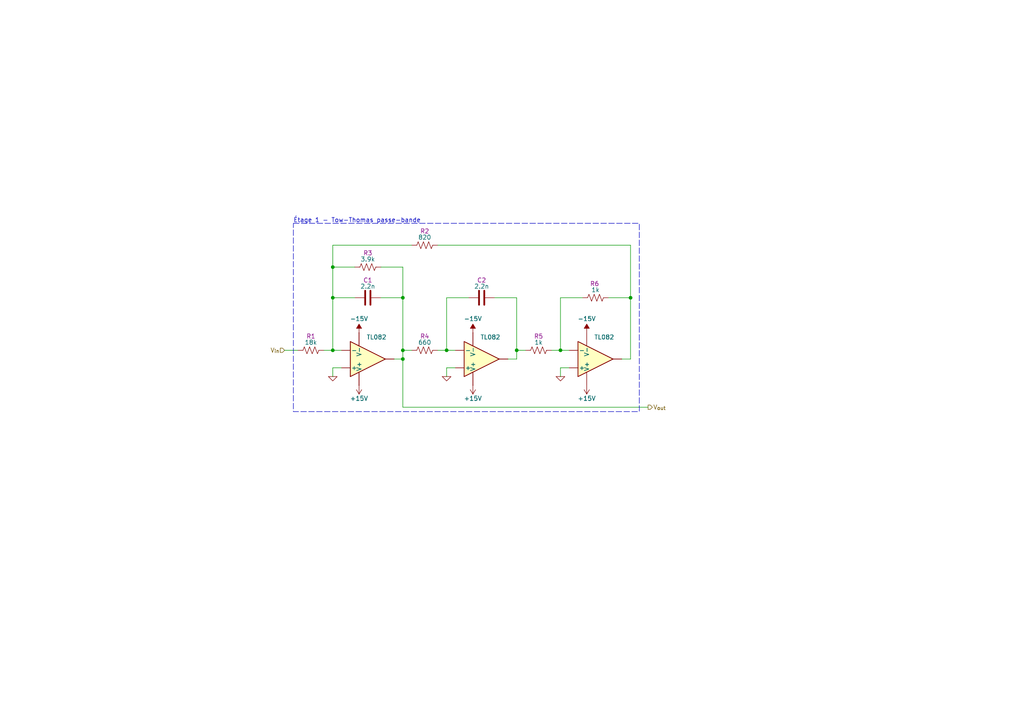
<source format=kicad_sch>
(kicad_sch (version 20250114) (generator "eeschema") (generator_version "9.0")
  (paper "A4")
  (title_block (title "Filtre passe-bande étroit"))
  (lib_symbols
    (symbol "Device:C" (pin_numbers (hide yes)) (pin_names (offset 0.254))
      (property "Reference" "C" (at 0.635 2.54 0))
      (property "Value" "C" (at 0.635 -2.54 0))
      (symbol "C_0_1"
        (polyline (pts (xy -2.032 0.762) (xy 2.032 0.762)) (stroke (width 0.508)))
        (polyline (pts (xy -2.032 -0.762) (xy 2.032 -0.762)) (stroke (width 0.508)))
      )
      (symbol "C_1_1"
        (pin passive line (at 0 3.81 270) (length 2.794) (name "~") (number "1"))
        (pin passive line (at 0 -3.81 90) (length 2.794) (name "~") (number "2"))
      )
    )
    (symbol "Device:R_US" (pin_numbers (hide yes)) (pin_names (offset 0))
      (property "Reference" "R" (at 2.54 0 90))
      (property "Value" "R_US" (at -2.54 0 90))
      (symbol "R_US_0_1"
        (polyline (pts (xy 0 2.286) (xy 0 2.54)))
        (polyline (pts (xy 0 2.286) (xy 1.016 1.905) (xy 0 1.524) (xy -1.016 1.143) (xy 0 0.762)))
        (polyline (pts (xy 0 0.762) (xy 1.016 0.381) (xy 0 0) (xy -1.016 -0.381) (xy 0 -0.762)))
        (polyline (pts (xy 0 -0.762) (xy 1.016 -1.143) (xy 0 -1.524) (xy -1.016 -1.905) (xy 0 -2.286)))
        (polyline (pts (xy 0 -2.286) (xy 0 -2.54)))
      )
      (symbol "R_US_1_1"
        (pin passive line (at 0 3.81 270) (length 1.27) (name "~") (number "1"))
        (pin passive line (at 0 -3.81 90) (length 1.27) (name "~") (number "2"))
      )
    )
    (symbol "OPAMP_1" (pin_numbers (hide yes)) (pin_names (offset 0.254))
      (property "Reference" "U" (at 3.81 3.175 0))
      (property "Value" "${SIM.PARAMS}" (at 3.81 -3.175 0))
      (symbol "OPAMP_1_0_1"
        (polyline (pts (xy 5.08 0) (xy -5.08 5.08) (xy -5.08 -5.08) (xy 5.08 0)) (stroke (width 0.254)) (fill (type background)))
      )
      (symbol "OPAMP_1_1_1"
        (pin input line (at -7.62 2.54 0) (length 2.54) (name "+") (number "1"))
        (pin input line (at -7.62 -2.54 0) (length 2.54) (name "-") (number "2"))
        (pin power_in line (at -2.54 7.62 270) (length 3.81) (name "V+") (number "3"))
        (pin power_in line (at -2.54 -7.62 90) (length 3.81) (name "V-") (number "4"))
        (pin output line (at 7.62 0 180) (length 2.54) (name "~") (number "5"))
      )
    )
    (symbol "OPAMP_2" (pin_numbers (hide yes)) (pin_names (offset 0.254))
      (property "Reference" "U" (at 3.81 3.175 0))
      (property "Value" "${SIM.PARAMS}" (at 3.81 -3.175 0))
      (symbol "OPAMP_2_0_1"
        (polyline (pts (xy 5.08 0) (xy -5.08 5.08) (xy -5.08 -5.08) (xy 5.08 0)) (stroke (width 0.254)) (fill (type background)))
      )
      (symbol "OPAMP_2_1_1"
        (pin input line (at -7.62 2.54 0) (length 2.54) (name "+") (number "1"))
        (pin input line (at -7.62 -2.54 0) (length 2.54) (name "-") (number "2"))
        (pin power_in line (at -2.54 7.62 270) (length 3.81) (name "V+") (number "3"))
        (pin power_in line (at -2.54 -7.62 90) (length 3.81) (name "V-") (number "4"))
        (pin output line (at 7.62 0 180) (length 2.54) (name "~") (number "5"))
      )
    )
    (symbol "Simulation_SPICE:0" (power) (pin_numbers (hide yes)) (pin_names (offset 0) (hide yes))
      (property "Value" "0" (at 0 -2.54 0))
      (symbol "0_0_1"
        (polyline (pts (xy -1.27 0) (xy 0 -1.27) (xy 1.27 0) (xy -1.27 0)))
      )
      (symbol "0_1_1"
        (pin power_in line (at 0 0 0) (length 0) (name "~") (number "1"))
      )
    )
    (symbol "Simulation_SPICE:OPAMP" (pin_numbers (hide yes)) (pin_names (offset 0.254))
      (property "Reference" "U" (at 3.81 3.175 0))
      (property "Value" "${SIM.PARAMS}" (at 3.81 -3.175 0))
      (symbol "OPAMP_0_1"
        (polyline (pts (xy 5.08 0) (xy -5.08 5.08) (xy -5.08 -5.08) (xy 5.08 0)) (stroke (width 0.254)) (fill (type background)))
      )
      (symbol "OPAMP_1_1"
        (pin input line (at -7.62 2.54 0) (length 2.54) (name "+") (number "1"))
        (pin input line (at -7.62 -2.54 0) (length 2.54) (name "-") (number "2"))
        (pin power_in line (at -2.54 7.62 270) (length 3.81) (name "V+") (number "3"))
        (pin power_in line (at -2.54 -7.62 90) (length 3.81) (name "V-") (number "4"))
        (pin output line (at 7.62 0 180) (length 2.54) (name "~") (number "5"))
      )
    )
    (symbol "power:+15V" (power) (pin_numbers (hide yes)) (pin_names (offset 0) (hide yes))
      (property "Value" "+15V" (at 0 3.556 0))
      (symbol "+15V_0_1"
        (polyline (pts (xy -0.762 1.27) (xy 0 2.54)))
        (polyline (pts (xy 0 2.54) (xy 0.762 1.27)))
        (polyline (pts (xy 0 0) (xy 0 2.54)))
      )
      (symbol "+15V_1_1"
        (pin power_in line (at 0 0 90) (length 0) (name "~") (number "1"))
      )
    )
    (symbol "power:-15V" (power) (pin_numbers (hide yes)) (pin_names (offset 0) (hide yes))
      (property "Value" "-15V" (at 0 3.556 0))
      (symbol "-15V_0_0"
        (pin power_in line (at 0 0 90) (length 0) (name "~") (number "1"))
      )
      (symbol "-15V_0_1"
        (polyline (pts (xy 0 0) (xy 0 1.27) (xy 0.762 1.27) (xy 0 2.54) (xy -0.762 1.27) (xy 0 1.27)) (fill (type outline)))
      )
    )
  )
  (rectangle (start 85.09 64.77) (end 185.42 119.38) (stroke (width 0) (type dash)))
  (text "Étage 1 - Tow-Thomas passe-bande" (at 85.09 64.77 0) (effects (font (size 1.27 1.27)) (justify left bottom)))
  (junction (at 96.52 101.6))
  (junction (at 129.54 101.6))
  (junction (at 96.52 86.36))
  (junction (at 182.88 86.36))
  (junction (at 116.84 101.6))
  (junction (at 149.86 101.6))
  (junction (at 162.56 101.6))
  (junction (at 116.84 104.14))
  (junction (at 96.52 77.47))
  (junction (at 116.84 86.36))
  (wire (pts (xy 93.98 101.6) (xy 96.52 101.6)))
  (wire (pts (xy 182.88 71.12) (xy 182.88 86.36)))
  (wire (pts (xy 110.49 86.36) (xy 116.84 86.36)))
  (wire (pts (xy 110.49 77.47) (xy 116.84 77.47)))
  (wire (pts (xy 116.84 101.6) (xy 119.38 101.6)))
  (wire (pts (xy 82.55 101.6) (xy 86.36 101.6)))
  (wire (pts (xy 149.86 101.6) (xy 149.86 104.14)))
  (wire (pts (xy 143.51 86.36) (xy 149.86 86.36)))
  (wire (pts (xy 116.84 104.14) (xy 114.3 104.14)))
  (wire (pts (xy 96.52 71.12) (xy 119.38 71.12)))
  (wire (pts (xy 135.89 86.36) (xy 129.54 86.36)))
  (wire (pts (xy 182.88 86.36) (xy 182.88 104.14)))
  (wire (pts (xy 127 101.6) (xy 129.54 101.6)))
  (wire (pts (xy 116.84 118.11) (xy 116.84 104.14)))
  (wire (pts (xy 116.84 86.36) (xy 116.84 101.6)))
  (wire (pts (xy 96.52 86.36) (xy 96.52 77.47)))
  (wire (pts (xy 162.56 86.36) (xy 162.56 101.6)))
  (wire (pts (xy 102.87 86.36) (xy 96.52 86.36)))
  (wire (pts (xy 96.52 77.47) (xy 96.52 71.12)))
  (wire (pts (xy 96.52 109.22) (xy 96.52 106.68)))
  (wire (pts (xy 162.56 101.6) (xy 165.1 101.6)))
  (wire (pts (xy 129.54 86.36) (xy 129.54 101.6)))
  (wire (pts (xy 147.32 104.14) (xy 149.86 104.14)))
  (wire (pts (xy 96.52 106.68) (xy 99.06 106.68)))
  (wire (pts (xy 96.52 77.47) (xy 102.87 77.47)))
  (wire (pts (xy 116.84 77.47) (xy 116.84 86.36)))
  (wire (pts (xy 160.02 101.6) (xy 162.56 101.6)))
  (wire (pts (xy 129.54 101.6) (xy 132.08 101.6)))
  (wire (pts (xy 127 71.12) (xy 182.88 71.12)))
  (wire (pts (xy 162.56 106.68) (xy 165.1 106.68)))
  (wire (pts (xy 176.53 86.36) (xy 182.88 86.36)))
  (wire (pts (xy 96.52 101.6) (xy 99.06 101.6)))
  (wire (pts (xy 129.54 109.22) (xy 129.54 106.68)))
  (wire (pts (xy 180.34 104.14) (xy 182.88 104.14)))
  (wire (pts (xy 116.84 101.6) (xy 116.84 104.14)))
  (wire (pts (xy 96.52 86.36) (xy 96.52 101.6)))
  (wire (pts (xy 149.86 101.6) (xy 152.4 101.6)))
  (wire (pts (xy 149.86 86.36) (xy 149.86 101.6)))
  (wire (pts (xy 116.84 118.11) (xy 187.96 118.11)))
  (wire (pts (xy 162.56 109.22) (xy 162.56 106.68)))
  (wire (pts (xy 168.91 86.36) (xy 162.56 86.36)))
  (wire (pts (xy 129.54 106.68) (xy 132.08 106.68)))
  (hierarchical_label "V_{out}" (shape output) (at 187.96 118.11 0))
  (hierarchical_label "V_{in}" (shape input) (at 82.55 101.6 180))
  (symbol (lib_id "power:-15V") (at 170.18 96.52 0) (unit 1)
    (property "Reference" "#PWR042" (effects (hide yes)))
    (property "Value" "-15V" (at 170.18 92.456 0))
    (property "Description" "Power symbol creates a global label with name \"-15V\"" (effects (hide yes)))
  )
  (symbol (lib_id "Device:R_US") (at 172.72 86.36 90) (unit 1)
    (property "Reference" "R46" (effects (hide yes)))
    (property "Value" "1k" (at 172.72 84.074 90))
    (property "Description" "Resistor, US symbol" (effects (hide yes)))
    (property "Ref.Alt" "R6" (at 172.466 82.296 90))
  )
  (symbol (lib_id "Device:R_US") (at 123.19 101.6 90) (unit 1)
    (property "Reference" "R44" (effects (hide yes)))
    (property "Value" "660" (at 123.19 99.314 90))
    (property "Description" "Resistor, US symbol" (effects (hide yes)))
    (property "Ref.Alt" "R4" (at 123.19 97.536 90))
  )
  (symbol (lib_id "Simulation_SPICE:0") (at 162.56 109.22 0) (unit 1)
    (property "Reference" "#GND028" (effects (hide yes)))
    (property "Value" "0" (effects (hide yes)))
    (property "Datasheet" "https://ngspice.sourceforge.io/docs/ngspice-html-manual/manual.xhtml#subsec_Circuit_elements__device" (effects (hide yes)))
    (property "Description" "0V reference potential for simulation" (effects (hide yes)))
  )
  (symbol (lib_id "Simulation_SPICE:OPAMP") (at 172.72 104.14 0) (mirror x) (unit 1)
    (property "Reference" "U20" (effects (hide yes)))
    (property "Value" "TL082" (at 172.3233 97.79 0) (effects (justify left)))
    (property "Datasheet" "https://ngspice.sourceforge.io/docs/ngspice-html-manual/manual.xhtml#sec__SUBCKT_Subcircuits" (effects (hide yes)))
    (property "Description" "Operational amplifier, single" (effects (hide yes)))
    (property "Sim.Pins" "1=1 2=2 3=3 4=4 5=5" (effects (hide yes)))
    (property "Sim.Device" "SUBCKT" (effects (hide yes)))
    (property "Sim.Library" "TL082.MOD" (effects (hide yes)))
    (property "Sim.Name" "TL082" (effects (hide yes)))
  )
  (symbol (lib_name "OPAMP_1") (lib_id "Simulation_SPICE:OPAMP") (at 106.68 104.14 0) (mirror x) (unit 1)
    (property "Reference" "U18" (effects (hide yes)))
    (property "Value" "TL082" (at 106.2833 97.79 0) (effects (justify left)))
    (property "Datasheet" "https://ngspice.sourceforge.io/docs/ngspice-html-manual/manual.xhtml#sec__SUBCKT_Subcircuits" (effects (hide yes)))
    (property "Description" "Operational amplifier, single" (effects (hide yes)))
    (property "Sim.Pins" "1=1 2=2 3=3 4=4 5=5" (effects (hide yes)))
    (property "Sim.Device" "SUBCKT" (effects (hide yes)))
    (property "Sim.Library" "TL082.MOD" (effects (hide yes)))
    (property "Sim.Name" "TL082" (effects (hide yes)))
  )
  (symbol (lib_id "power:+15V") (at 137.16 111.76 180) (unit 1)
    (property "Reference" "#PWR041" (effects (hide yes)))
    (property "Value" "+15V" (at 137.16 115.57 0))
    (property "Description" "Power symbol creates a global label with name \"+15V\"" (effects (hide yes)))
  )
  (symbol (lib_id "power:+15V") (at 170.18 111.76 180) (unit 1)
    (property "Reference" "#PWR043" (effects (hide yes)))
    (property "Value" "+15V" (at 170.18 115.57 0))
    (property "Description" "Power symbol creates a global label with name \"+15V\"" (effects (hide yes)))
  )
  (symbol (lib_id "Device:R_US") (at 106.68 77.47 90) (unit 1)
    (property "Reference" "R42" (effects (hide yes)))
    (property "Value" "3.9k" (at 106.68 75.184 90))
    (property "Description" "Resistor, US symbol" (effects (hide yes)))
    (property "Ref.Alt" "R3" (at 106.68 73.406 90))
  )
  (symbol (lib_id "Device:R_US") (at 90.17 101.6 90) (unit 1)
    (property "Reference" "R41" (effects (hide yes)))
    (property "Value" "18k" (at 90.17 99.314 90))
    (property "Description" "Resistor, US symbol" (effects (hide yes)))
    (property "Ref.Alt" "R1" (at 90.17 97.536 90))
  )
  (symbol (lib_id "Device:C") (at 106.68 86.36 90) (unit 1)
    (property "Reference" "C14" (effects (hide yes)))
    (property "Value" "2.2n" (at 106.68 83.058 90))
    (property "Description" "Unpolarized capacitor" (effects (hide yes)))
    (property "Ref.Alt" "C1" (at 106.68 81.28 90))
  )
  (symbol (lib_id "power:-15V") (at 104.14 96.52 0) (unit 1)
    (property "Reference" "#PWR038" (effects (hide yes)))
    (property "Value" "-15V" (at 104.14 92.456 0))
    (property "Description" "Power symbol creates a global label with name \"-15V\"" (effects (hide yes)))
  )
  (symbol (lib_id "power:+15V") (at 104.14 111.76 180) (unit 1)
    (property "Reference" "#PWR039" (effects (hide yes)))
    (property "Value" "+15V" (at 104.14 115.57 0))
    (property "Description" "Power symbol creates a global label with name \"+15V\"" (effects (hide yes)))
  )
  (symbol (lib_id "Device:R_US") (at 123.19 71.12 90) (unit 1)
    (property "Reference" "R43" (effects (hide yes)))
    (property "Value" "820" (at 123.19 68.834 90))
    (property "Description" "Resistor, US symbol" (effects (hide yes)))
    (property "Ref.Alt" "R2" (at 123.19 67.056 90))
  )
  (symbol (lib_name "OPAMP_2") (lib_id "Simulation_SPICE:OPAMP") (at 139.7 104.14 0) (mirror x) (unit 1)
    (property "Reference" "U19" (effects (hide yes)))
    (property "Value" "TL082" (at 139.3033 97.79 0) (effects (justify left)))
    (property "Datasheet" "https://ngspice.sourceforge.io/docs/ngspice-html-manual/manual.xhtml#sec__SUBCKT_Subcircuits" (effects (hide yes)))
    (property "Description" "Operational amplifier, single" (effects (hide yes)))
    (property "Sim.Pins" "1=1 2=2 3=3 4=4 5=5" (effects (hide yes)))
    (property "Sim.Device" "SUBCKT" (effects (hide yes)))
    (property "Sim.Library" "TL082.MOD" (effects (hide yes)))
    (property "Sim.Name" "TL082" (effects (hide yes)))
  )
  (symbol (lib_id "Device:R_US") (at 156.21 101.6 90) (unit 1)
    (property "Reference" "R45" (effects (hide yes)))
    (property "Value" "1k" (at 156.21 99.314 90))
    (property "Description" "Resistor, US symbol" (effects (hide yes)))
    (property "Ref.Alt" "R5" (at 156.21 97.536 90))
  )
  (symbol (lib_id "power:-15V") (at 137.16 96.52 0) (unit 1)
    (property "Reference" "#PWR040" (effects (hide yes)))
    (property "Value" "-15V" (at 137.16 92.456 0))
    (property "Description" "Power symbol creates a global label with name \"-15V\"" (effects (hide yes)))
  )
  (symbol (lib_id "Simulation_SPICE:0") (at 96.52 109.22 0) (unit 1)
    (property "Reference" "#GND026" (effects (hide yes)))
    (property "Value" "0" (effects (hide yes)))
    (property "Datasheet" "https://ngspice.sourceforge.io/docs/ngspice-html-manual/manual.xhtml#subsec_Circuit_elements__device" (effects (hide yes)))
    (property "Description" "0V reference potential for simulation" (effects (hide yes)))
  )
  (symbol (lib_id "Device:C") (at 139.7 86.36 90) (unit 1)
    (property "Reference" "C15" (effects (hide yes)))
    (property "Value" "2.2n" (at 139.7 83.058 90))
    (property "Description" "Unpolarized capacitor" (effects (hide yes)))
    (property "Ref.Alt" "C2" (at 139.7 81.28 90))
  )
  (symbol (lib_id "Simulation_SPICE:0") (at 129.54 109.22 0) (unit 1)
    (property "Reference" "#GND027" (effects (hide yes)))
    (property "Value" "0" (effects (hide yes)))
    (property "Datasheet" "https://ngspice.sourceforge.io/docs/ngspice-html-manual/manual.xhtml#subsec_Circuit_elements__device" (effects (hide yes)))
    (property "Description" "0V reference potential for simulation" (effects (hide yes)))
  )
)
</source>
